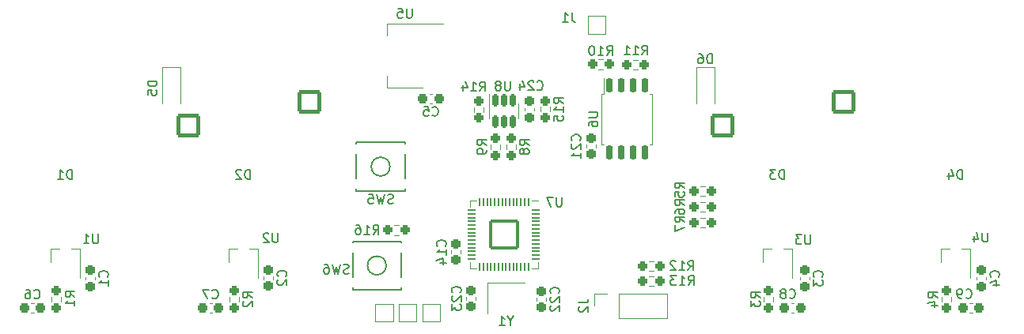
<source format=gbo>
G04 #@! TF.GenerationSoftware,KiCad,Pcbnew,(6.0.0)*
G04 #@! TF.CreationDate,2023-06-03T10:37:20-07:00*
G04 #@! TF.ProjectId,stepad,73746570-6164-42e6-9b69-6361645f7063,rev?*
G04 #@! TF.SameCoordinates,Original*
G04 #@! TF.FileFunction,Legend,Bot*
G04 #@! TF.FilePolarity,Positive*
%FSLAX46Y46*%
G04 Gerber Fmt 4.6, Leading zero omitted, Abs format (unit mm)*
G04 Created by KiCad (PCBNEW (6.0.0)) date 2023-06-03 10:37:20*
%MOMM*%
%LPD*%
G01*
G04 APERTURE LIST*
G04 Aperture macros list*
%AMRoundRect*
0 Rectangle with rounded corners*
0 $1 Rounding radius*
0 $2 $3 $4 $5 $6 $7 $8 $9 X,Y pos of 4 corners*
0 Add a 4 corners polygon primitive as box body*
4,1,4,$2,$3,$4,$5,$6,$7,$8,$9,$2,$3,0*
0 Add four circle primitives for the rounded corners*
1,1,$1+$1,$2,$3*
1,1,$1+$1,$4,$5*
1,1,$1+$1,$6,$7*
1,1,$1+$1,$8,$9*
0 Add four rect primitives between the rounded corners*
20,1,$1+$1,$2,$3,$4,$5,0*
20,1,$1+$1,$4,$5,$6,$7,0*
20,1,$1+$1,$6,$7,$8,$9,0*
20,1,$1+$1,$8,$9,$2,$3,0*%
%AMOutline5P*
0 Free polygon, 5 corners , with rotation*
0 The origin of the aperture is its center*
0 number of corners: always 5*
0 $1 to $10 corner X, Y*
0 $11 Rotation angle, in degrees counterclockwise*
0 create outline with 5 corners*
4,1,5,$1,$2,$3,$4,$5,$6,$7,$8,$9,$10,$1,$2,$11*%
%AMOutline6P*
0 Free polygon, 6 corners , with rotation*
0 The origin of the aperture is its center*
0 number of corners: always 6*
0 $1 to $12 corner X, Y*
0 $13 Rotation angle, in degrees counterclockwise*
0 create outline with 6 corners*
4,1,6,$1,$2,$3,$4,$5,$6,$7,$8,$9,$10,$11,$12,$1,$2,$13*%
%AMOutline7P*
0 Free polygon, 7 corners , with rotation*
0 The origin of the aperture is its center*
0 number of corners: always 7*
0 $1 to $14 corner X, Y*
0 $15 Rotation angle, in degrees counterclockwise*
0 create outline with 7 corners*
4,1,7,$1,$2,$3,$4,$5,$6,$7,$8,$9,$10,$11,$12,$13,$14,$1,$2,$15*%
%AMOutline8P*
0 Free polygon, 8 corners , with rotation*
0 The origin of the aperture is its center*
0 number of corners: always 8*
0 $1 to $16 corner X, Y*
0 $17 Rotation angle, in degrees counterclockwise*
0 create outline with 8 corners*
4,1,8,$1,$2,$3,$4,$5,$6,$7,$8,$9,$10,$11,$12,$13,$14,$15,$16,$1,$2,$17*%
G04 Aperture macros list end*
%ADD10C,0.150000*%
%ADD11C,0.120000*%
%ADD12C,1.750000*%
%ADD13C,1.701800*%
%ADD14C,3.000000*%
%ADD15C,3.987800*%
%ADD16RoundRect,0.200000X1.075000X1.050000X-1.075000X1.050000X-1.075000X-1.050000X1.075000X-1.050000X0*%
%ADD17RoundRect,0.237500X0.237500X-0.250000X0.237500X0.250000X-0.237500X0.250000X-0.237500X-0.250000X0*%
%ADD18RoundRect,0.237500X-0.250000X-0.237500X0.250000X-0.237500X0.250000X0.237500X-0.250000X0.237500X0*%
%ADD19R,0.800000X1.900000*%
%ADD20R,1.200000X0.900000*%
%ADD21R,1.500000X1.500000*%
%ADD22RoundRect,0.237500X-0.237500X0.300000X-0.237500X-0.300000X0.237500X-0.300000X0.237500X0.300000X0*%
%ADD23Outline5P,-0.750000X0.180000X-0.480000X0.450000X0.750000X0.450000X0.750000X-0.450000X-0.750000X-0.450000X180.000000*%
%ADD24R,1.500000X0.900000*%
%ADD25RoundRect,0.237500X0.300000X0.237500X-0.300000X0.237500X-0.300000X-0.237500X0.300000X-0.237500X0*%
%ADD26RoundRect,0.237500X-0.237500X0.250000X-0.237500X-0.250000X0.237500X-0.250000X0.237500X0.250000X0*%
%ADD27C,0.650000*%
%ADD28R,0.600000X2.450000*%
%ADD29R,0.300000X2.450000*%
%ADD30RoundRect,0.237500X0.250000X0.237500X-0.250000X0.237500X-0.250000X-0.237500X0.250000X-0.237500X0*%
%ADD31RoundRect,0.237500X-0.300000X-0.237500X0.300000X-0.237500X0.300000X0.237500X-0.300000X0.237500X0*%
%ADD32RoundRect,0.150000X-0.150000X0.650000X-0.150000X-0.650000X0.150000X-0.650000X0.150000X0.650000X0*%
%ADD33R,1.400000X1.200000*%
%ADD34RoundRect,0.237500X0.237500X-0.300000X0.237500X0.300000X-0.237500X0.300000X-0.237500X-0.300000X0*%
%ADD35R,1.800000X1.100000*%
%ADD36R,1.700000X1.700000*%
%ADD37O,1.700000X1.700000*%
%ADD38RoundRect,0.050000X0.387500X0.050000X-0.387500X0.050000X-0.387500X-0.050000X0.387500X-0.050000X0*%
%ADD39RoundRect,0.050000X0.050000X0.387500X-0.050000X0.387500X-0.050000X-0.387500X0.050000X-0.387500X0*%
%ADD40RoundRect,0.144000X1.456000X1.456000X-1.456000X1.456000X-1.456000X-1.456000X1.456000X-1.456000X0*%
%ADD41RoundRect,0.150000X-0.150000X0.512500X-0.150000X-0.512500X0.150000X-0.512500X0.150000X0.512500X0*%
%ADD42R,2.000000X1.500000*%
%ADD43R,2.000000X3.800000*%
G04 APERTURE END LIST*
D10*
X200032380Y-60133333D02*
X199556190Y-59800000D01*
X200032380Y-59561904D02*
X199032380Y-59561904D01*
X199032380Y-59942857D01*
X199080000Y-60038095D01*
X199127619Y-60085714D01*
X199222857Y-60133333D01*
X199365714Y-60133333D01*
X199460952Y-60085714D01*
X199508571Y-60038095D01*
X199556190Y-59942857D01*
X199556190Y-59561904D01*
X199460952Y-60704761D02*
X199413333Y-60609523D01*
X199365714Y-60561904D01*
X199270476Y-60514285D01*
X199222857Y-60514285D01*
X199127619Y-60561904D01*
X199080000Y-60609523D01*
X199032380Y-60704761D01*
X199032380Y-60895238D01*
X199080000Y-60990476D01*
X199127619Y-61038095D01*
X199222857Y-61085714D01*
X199270476Y-61085714D01*
X199365714Y-61038095D01*
X199413333Y-60990476D01*
X199460952Y-60895238D01*
X199460952Y-60704761D01*
X199508571Y-60609523D01*
X199556190Y-60561904D01*
X199651428Y-60514285D01*
X199841904Y-60514285D01*
X199937142Y-60561904D01*
X199984761Y-60609523D01*
X200032380Y-60704761D01*
X200032380Y-60895238D01*
X199984761Y-60990476D01*
X199937142Y-61038095D01*
X199841904Y-61085714D01*
X199651428Y-61085714D01*
X199556190Y-61038095D01*
X199508571Y-60990476D01*
X199460952Y-60895238D01*
X216627380Y-64733333D02*
X216151190Y-64400000D01*
X216627380Y-64161904D02*
X215627380Y-64161904D01*
X215627380Y-64542857D01*
X215675000Y-64638095D01*
X215722619Y-64685714D01*
X215817857Y-64733333D01*
X215960714Y-64733333D01*
X216055952Y-64685714D01*
X216103571Y-64638095D01*
X216151190Y-64542857D01*
X216151190Y-64161904D01*
X215627380Y-65638095D02*
X215627380Y-65161904D01*
X216103571Y-65114285D01*
X216055952Y-65161904D01*
X216008333Y-65257142D01*
X216008333Y-65495238D01*
X216055952Y-65590476D01*
X216103571Y-65638095D01*
X216198809Y-65685714D01*
X216436904Y-65685714D01*
X216532142Y-65638095D01*
X216579761Y-65590476D01*
X216627380Y-65495238D01*
X216627380Y-65257142D01*
X216579761Y-65161904D01*
X216532142Y-65114285D01*
X249111904Y-69502380D02*
X249111904Y-70311904D01*
X249064285Y-70407142D01*
X249016666Y-70454761D01*
X248921428Y-70502380D01*
X248730952Y-70502380D01*
X248635714Y-70454761D01*
X248588095Y-70407142D01*
X248540476Y-70311904D01*
X248540476Y-69502380D01*
X247635714Y-69835714D02*
X247635714Y-70502380D01*
X247873809Y-69454761D02*
X248111904Y-70169047D01*
X247492857Y-70169047D01*
X160227380Y-53236904D02*
X159227380Y-53236904D01*
X159227380Y-53475000D01*
X159275000Y-53617857D01*
X159370238Y-53713095D01*
X159465476Y-53760714D01*
X159655952Y-53808333D01*
X159798809Y-53808333D01*
X159989285Y-53760714D01*
X160084523Y-53713095D01*
X160179761Y-53617857D01*
X160227380Y-53475000D01*
X160227380Y-53236904D01*
X159227380Y-54713095D02*
X159227380Y-54236904D01*
X159703571Y-54189285D01*
X159655952Y-54236904D01*
X159608333Y-54332142D01*
X159608333Y-54570238D01*
X159655952Y-54665476D01*
X159703571Y-54713095D01*
X159798809Y-54760714D01*
X160036904Y-54760714D01*
X160132142Y-54713095D01*
X160179761Y-54665476D01*
X160227380Y-54570238D01*
X160227380Y-54332142D01*
X160179761Y-54236904D01*
X160132142Y-54189285D01*
X183367857Y-69677380D02*
X183701190Y-69201190D01*
X183939285Y-69677380D02*
X183939285Y-68677380D01*
X183558333Y-68677380D01*
X183463095Y-68725000D01*
X183415476Y-68772619D01*
X183367857Y-68867857D01*
X183367857Y-69010714D01*
X183415476Y-69105952D01*
X183463095Y-69153571D01*
X183558333Y-69201190D01*
X183939285Y-69201190D01*
X182415476Y-69677380D02*
X182986904Y-69677380D01*
X182701190Y-69677380D02*
X182701190Y-68677380D01*
X182796428Y-68820238D01*
X182891666Y-68915476D01*
X182986904Y-68963095D01*
X181558333Y-68677380D02*
X181748809Y-68677380D01*
X181844047Y-68725000D01*
X181891666Y-68772619D01*
X181986904Y-68915476D01*
X182034523Y-69105952D01*
X182034523Y-69486904D01*
X181986904Y-69582142D01*
X181939285Y-69629761D01*
X181844047Y-69677380D01*
X181653571Y-69677380D01*
X181558333Y-69629761D01*
X181510714Y-69582142D01*
X181463095Y-69486904D01*
X181463095Y-69248809D01*
X181510714Y-69153571D01*
X181558333Y-69105952D01*
X181653571Y-69058333D01*
X181844047Y-69058333D01*
X181939285Y-69105952D01*
X181986904Y-69153571D01*
X182034523Y-69248809D01*
X191057142Y-70932142D02*
X191104761Y-70884523D01*
X191152380Y-70741666D01*
X191152380Y-70646428D01*
X191104761Y-70503571D01*
X191009523Y-70408333D01*
X190914285Y-70360714D01*
X190723809Y-70313095D01*
X190580952Y-70313095D01*
X190390476Y-70360714D01*
X190295238Y-70408333D01*
X190200000Y-70503571D01*
X190152380Y-70646428D01*
X190152380Y-70741666D01*
X190200000Y-70884523D01*
X190247619Y-70932142D01*
X191152380Y-71884523D02*
X191152380Y-71313095D01*
X191152380Y-71598809D02*
X190152380Y-71598809D01*
X190295238Y-71503571D01*
X190390476Y-71408333D01*
X190438095Y-71313095D01*
X190485714Y-72741666D02*
X191152380Y-72741666D01*
X190104761Y-72503571D02*
X190819047Y-72265476D01*
X190819047Y-72884523D01*
X231357142Y-74233333D02*
X231404761Y-74185714D01*
X231452380Y-74042857D01*
X231452380Y-73947619D01*
X231404761Y-73804761D01*
X231309523Y-73709523D01*
X231214285Y-73661904D01*
X231023809Y-73614285D01*
X230880952Y-73614285D01*
X230690476Y-73661904D01*
X230595238Y-73709523D01*
X230500000Y-73804761D01*
X230452380Y-73947619D01*
X230452380Y-74042857D01*
X230500000Y-74185714D01*
X230547619Y-74233333D01*
X230452380Y-74566666D02*
X230452380Y-75185714D01*
X230833333Y-74852380D01*
X230833333Y-74995238D01*
X230880952Y-75090476D01*
X230928571Y-75138095D01*
X231023809Y-75185714D01*
X231261904Y-75185714D01*
X231357142Y-75138095D01*
X231404761Y-75090476D01*
X231452380Y-74995238D01*
X231452380Y-74709523D01*
X231404761Y-74614285D01*
X231357142Y-74566666D01*
X170188095Y-63752380D02*
X170188095Y-62752380D01*
X169950000Y-62752380D01*
X169807142Y-62800000D01*
X169711904Y-62895238D01*
X169664285Y-62990476D01*
X169616666Y-63180952D01*
X169616666Y-63323809D01*
X169664285Y-63514285D01*
X169711904Y-63609523D01*
X169807142Y-63704761D01*
X169950000Y-63752380D01*
X170188095Y-63752380D01*
X169235714Y-62847619D02*
X169188095Y-62800000D01*
X169092857Y-62752380D01*
X168854761Y-62752380D01*
X168759523Y-62800000D01*
X168711904Y-62847619D01*
X168664285Y-62942857D01*
X168664285Y-63038095D01*
X168711904Y-63180952D01*
X169283333Y-63752380D01*
X168664285Y-63752380D01*
X246388095Y-63752380D02*
X246388095Y-62752380D01*
X246150000Y-62752380D01*
X246007142Y-62800000D01*
X245911904Y-62895238D01*
X245864285Y-62990476D01*
X245816666Y-63180952D01*
X245816666Y-63323809D01*
X245864285Y-63514285D01*
X245911904Y-63609523D01*
X246007142Y-63704761D01*
X246150000Y-63752380D01*
X246388095Y-63752380D01*
X244959523Y-63085714D02*
X244959523Y-63752380D01*
X245197619Y-62704761D02*
X245435714Y-63419047D01*
X244816666Y-63419047D01*
X166141666Y-76502142D02*
X166189285Y-76549761D01*
X166332142Y-76597380D01*
X166427380Y-76597380D01*
X166570238Y-76549761D01*
X166665476Y-76454523D01*
X166713095Y-76359285D01*
X166760714Y-76168809D01*
X166760714Y-76025952D01*
X166713095Y-75835476D01*
X166665476Y-75740238D01*
X166570238Y-75645000D01*
X166427380Y-75597380D01*
X166332142Y-75597380D01*
X166189285Y-75645000D01*
X166141666Y-75692619D01*
X165808333Y-75597380D02*
X165141666Y-75597380D01*
X165570238Y-76597380D01*
X219613095Y-51352380D02*
X219613095Y-50352380D01*
X219375000Y-50352380D01*
X219232142Y-50400000D01*
X219136904Y-50495238D01*
X219089285Y-50590476D01*
X219041666Y-50780952D01*
X219041666Y-50923809D01*
X219089285Y-51114285D01*
X219136904Y-51209523D01*
X219232142Y-51304761D01*
X219375000Y-51352380D01*
X219613095Y-51352380D01*
X218184523Y-50352380D02*
X218375000Y-50352380D01*
X218470238Y-50400000D01*
X218517857Y-50447619D01*
X218613095Y-50590476D01*
X218660714Y-50780952D01*
X218660714Y-51161904D01*
X218613095Y-51257142D01*
X218565476Y-51304761D01*
X218470238Y-51352380D01*
X218279761Y-51352380D01*
X218184523Y-51304761D01*
X218136904Y-51257142D01*
X218089285Y-51161904D01*
X218089285Y-50923809D01*
X218136904Y-50828571D01*
X218184523Y-50780952D01*
X218279761Y-50733333D01*
X218470238Y-50733333D01*
X218565476Y-50780952D01*
X218613095Y-50828571D01*
X218660714Y-50923809D01*
X195472380Y-60133333D02*
X194996190Y-59800000D01*
X195472380Y-59561904D02*
X194472380Y-59561904D01*
X194472380Y-59942857D01*
X194520000Y-60038095D01*
X194567619Y-60085714D01*
X194662857Y-60133333D01*
X194805714Y-60133333D01*
X194900952Y-60085714D01*
X194948571Y-60038095D01*
X194996190Y-59942857D01*
X194996190Y-59561904D01*
X195472380Y-60609523D02*
X195472380Y-60800000D01*
X195424761Y-60895238D01*
X195377142Y-60942857D01*
X195234285Y-61038095D01*
X195043809Y-61085714D01*
X194662857Y-61085714D01*
X194567619Y-61038095D01*
X194520000Y-60990476D01*
X194472380Y-60895238D01*
X194472380Y-60704761D01*
X194520000Y-60609523D01*
X194567619Y-60561904D01*
X194662857Y-60514285D01*
X194900952Y-60514285D01*
X194996190Y-60561904D01*
X195043809Y-60609523D01*
X195091428Y-60704761D01*
X195091428Y-60895238D01*
X195043809Y-60990476D01*
X194996190Y-61038095D01*
X194900952Y-61085714D01*
X216652380Y-66583333D02*
X216176190Y-66250000D01*
X216652380Y-66011904D02*
X215652380Y-66011904D01*
X215652380Y-66392857D01*
X215700000Y-66488095D01*
X215747619Y-66535714D01*
X215842857Y-66583333D01*
X215985714Y-66583333D01*
X216080952Y-66535714D01*
X216128571Y-66488095D01*
X216176190Y-66392857D01*
X216176190Y-66011904D01*
X215652380Y-67440476D02*
X215652380Y-67250000D01*
X215700000Y-67154761D01*
X215747619Y-67107142D01*
X215890476Y-67011904D01*
X216080952Y-66964285D01*
X216461904Y-66964285D01*
X216557142Y-67011904D01*
X216604761Y-67059523D01*
X216652380Y-67154761D01*
X216652380Y-67345238D01*
X216604761Y-67440476D01*
X216557142Y-67488095D01*
X216461904Y-67535714D01*
X216223809Y-67535714D01*
X216128571Y-67488095D01*
X216080952Y-67440476D01*
X216033333Y-67345238D01*
X216033333Y-67154761D01*
X216080952Y-67059523D01*
X216128571Y-67011904D01*
X216223809Y-66964285D01*
X204633333Y-45902380D02*
X204633333Y-46616666D01*
X204680952Y-46759523D01*
X204776190Y-46854761D01*
X204919047Y-46902380D01*
X205014285Y-46902380D01*
X203633333Y-46902380D02*
X204204761Y-46902380D01*
X203919047Y-46902380D02*
X203919047Y-45902380D01*
X204014285Y-46045238D01*
X204109523Y-46140476D01*
X204204761Y-46188095D01*
X230136904Y-69727380D02*
X230136904Y-70536904D01*
X230089285Y-70632142D01*
X230041666Y-70679761D01*
X229946428Y-70727380D01*
X229755952Y-70727380D01*
X229660714Y-70679761D01*
X229613095Y-70632142D01*
X229565476Y-70536904D01*
X229565476Y-69727380D01*
X229184523Y-69727380D02*
X228565476Y-69727380D01*
X228898809Y-70108333D01*
X228755952Y-70108333D01*
X228660714Y-70155952D01*
X228613095Y-70203571D01*
X228565476Y-70298809D01*
X228565476Y-70536904D01*
X228613095Y-70632142D01*
X228660714Y-70679761D01*
X228755952Y-70727380D01*
X229041666Y-70727380D01*
X229136904Y-70679761D01*
X229184523Y-70632142D01*
X243727380Y-76483333D02*
X243251190Y-76150000D01*
X243727380Y-75911904D02*
X242727380Y-75911904D01*
X242727380Y-76292857D01*
X242775000Y-76388095D01*
X242822619Y-76435714D01*
X242917857Y-76483333D01*
X243060714Y-76483333D01*
X243155952Y-76435714D01*
X243203571Y-76388095D01*
X243251190Y-76292857D01*
X243251190Y-75911904D01*
X243060714Y-77340476D02*
X243727380Y-77340476D01*
X242679761Y-77102380D02*
X243394047Y-76864285D01*
X243394047Y-77483333D01*
X173161904Y-69552380D02*
X173161904Y-70361904D01*
X173114285Y-70457142D01*
X173066666Y-70504761D01*
X172971428Y-70552380D01*
X172780952Y-70552380D01*
X172685714Y-70504761D01*
X172638095Y-70457142D01*
X172590476Y-70361904D01*
X172590476Y-69552380D01*
X172161904Y-69647619D02*
X172114285Y-69600000D01*
X172019047Y-69552380D01*
X171780952Y-69552380D01*
X171685714Y-69600000D01*
X171638095Y-69647619D01*
X171590476Y-69742857D01*
X171590476Y-69838095D01*
X171638095Y-69980952D01*
X172209523Y-70552380D01*
X171590476Y-70552380D01*
X216652380Y-68383333D02*
X216176190Y-68050000D01*
X216652380Y-67811904D02*
X215652380Y-67811904D01*
X215652380Y-68192857D01*
X215700000Y-68288095D01*
X215747619Y-68335714D01*
X215842857Y-68383333D01*
X215985714Y-68383333D01*
X216080952Y-68335714D01*
X216128571Y-68288095D01*
X216176190Y-68192857D01*
X216176190Y-67811904D01*
X215652380Y-68716666D02*
X215652380Y-69383333D01*
X216652380Y-68954761D01*
X227891666Y-76457142D02*
X227939285Y-76504761D01*
X228082142Y-76552380D01*
X228177380Y-76552380D01*
X228320238Y-76504761D01*
X228415476Y-76409523D01*
X228463095Y-76314285D01*
X228510714Y-76123809D01*
X228510714Y-75980952D01*
X228463095Y-75790476D01*
X228415476Y-75695238D01*
X228320238Y-75600000D01*
X228177380Y-75552380D01*
X228082142Y-75552380D01*
X227939285Y-75600000D01*
X227891666Y-75647619D01*
X227320238Y-75980952D02*
X227415476Y-75933333D01*
X227463095Y-75885714D01*
X227510714Y-75790476D01*
X227510714Y-75742857D01*
X227463095Y-75647619D01*
X227415476Y-75600000D01*
X227320238Y-75552380D01*
X227129761Y-75552380D01*
X227034523Y-75600000D01*
X226986904Y-75647619D01*
X226939285Y-75742857D01*
X226939285Y-75790476D01*
X226986904Y-75885714D01*
X227034523Y-75933333D01*
X227129761Y-75980952D01*
X227320238Y-75980952D01*
X227415476Y-76028571D01*
X227463095Y-76076190D01*
X227510714Y-76171428D01*
X227510714Y-76361904D01*
X227463095Y-76457142D01*
X227415476Y-76504761D01*
X227320238Y-76552380D01*
X227129761Y-76552380D01*
X227034523Y-76504761D01*
X226986904Y-76457142D01*
X226939285Y-76361904D01*
X226939285Y-76171428D01*
X226986904Y-76076190D01*
X227034523Y-76028571D01*
X227129761Y-75980952D01*
X212117857Y-50427380D02*
X212451190Y-49951190D01*
X212689285Y-50427380D02*
X212689285Y-49427380D01*
X212308333Y-49427380D01*
X212213095Y-49475000D01*
X212165476Y-49522619D01*
X212117857Y-49617857D01*
X212117857Y-49760714D01*
X212165476Y-49855952D01*
X212213095Y-49903571D01*
X212308333Y-49951190D01*
X212689285Y-49951190D01*
X211165476Y-50427380D02*
X211736904Y-50427380D01*
X211451190Y-50427380D02*
X211451190Y-49427380D01*
X211546428Y-49570238D01*
X211641666Y-49665476D01*
X211736904Y-49713095D01*
X210213095Y-50427380D02*
X210784523Y-50427380D01*
X210498809Y-50427380D02*
X210498809Y-49427380D01*
X210594047Y-49570238D01*
X210689285Y-49665476D01*
X210784523Y-49713095D01*
X224752380Y-76483333D02*
X224276190Y-76150000D01*
X224752380Y-75911904D02*
X223752380Y-75911904D01*
X223752380Y-76292857D01*
X223800000Y-76388095D01*
X223847619Y-76435714D01*
X223942857Y-76483333D01*
X224085714Y-76483333D01*
X224180952Y-76435714D01*
X224228571Y-76388095D01*
X224276190Y-76292857D01*
X224276190Y-75911904D01*
X223752380Y-76816666D02*
X223752380Y-77435714D01*
X224133333Y-77102380D01*
X224133333Y-77245238D01*
X224180952Y-77340476D01*
X224228571Y-77388095D01*
X224323809Y-77435714D01*
X224561904Y-77435714D01*
X224657142Y-77388095D01*
X224704761Y-77340476D01*
X224752380Y-77245238D01*
X224752380Y-76959523D01*
X224704761Y-76864285D01*
X224657142Y-76816666D01*
X205457142Y-59607142D02*
X205504761Y-59559523D01*
X205552380Y-59416666D01*
X205552380Y-59321428D01*
X205504761Y-59178571D01*
X205409523Y-59083333D01*
X205314285Y-59035714D01*
X205123809Y-58988095D01*
X204980952Y-58988095D01*
X204790476Y-59035714D01*
X204695238Y-59083333D01*
X204600000Y-59178571D01*
X204552380Y-59321428D01*
X204552380Y-59416666D01*
X204600000Y-59559523D01*
X204647619Y-59607142D01*
X204647619Y-59988095D02*
X204600000Y-60035714D01*
X204552380Y-60130952D01*
X204552380Y-60369047D01*
X204600000Y-60464285D01*
X204647619Y-60511904D01*
X204742857Y-60559523D01*
X204838095Y-60559523D01*
X204980952Y-60511904D01*
X205552380Y-59940476D01*
X205552380Y-60559523D01*
X205552380Y-61511904D02*
X205552380Y-60940476D01*
X205552380Y-61226190D02*
X204552380Y-61226190D01*
X204695238Y-61130952D01*
X204790476Y-61035714D01*
X204838095Y-60940476D01*
X206392380Y-56563095D02*
X207201904Y-56563095D01*
X207297142Y-56610714D01*
X207344761Y-56658333D01*
X207392380Y-56753571D01*
X207392380Y-56944047D01*
X207344761Y-57039285D01*
X207297142Y-57086904D01*
X207201904Y-57134523D01*
X206392380Y-57134523D01*
X206392380Y-58039285D02*
X206392380Y-57848809D01*
X206440000Y-57753571D01*
X206487619Y-57705952D01*
X206630476Y-57610714D01*
X206820952Y-57563095D01*
X207201904Y-57563095D01*
X207297142Y-57610714D01*
X207344761Y-57658333D01*
X207392380Y-57753571D01*
X207392380Y-57944047D01*
X207344761Y-58039285D01*
X207297142Y-58086904D01*
X207201904Y-58134523D01*
X206963809Y-58134523D01*
X206868571Y-58086904D01*
X206820952Y-58039285D01*
X206773333Y-57944047D01*
X206773333Y-57753571D01*
X206820952Y-57658333D01*
X206868571Y-57610714D01*
X206963809Y-57563095D01*
X198026190Y-78966190D02*
X198026190Y-79442380D01*
X198359523Y-78442380D02*
X198026190Y-78966190D01*
X197692857Y-78442380D01*
X196835714Y-79442380D02*
X197407142Y-79442380D01*
X197121428Y-79442380D02*
X197121428Y-78442380D01*
X197216666Y-78585238D01*
X197311904Y-78680476D01*
X197407142Y-78728095D01*
X170402380Y-76483333D02*
X169926190Y-76150000D01*
X170402380Y-75911904D02*
X169402380Y-75911904D01*
X169402380Y-76292857D01*
X169450000Y-76388095D01*
X169497619Y-76435714D01*
X169592857Y-76483333D01*
X169735714Y-76483333D01*
X169830952Y-76435714D01*
X169878571Y-76388095D01*
X169926190Y-76292857D01*
X169926190Y-75911904D01*
X169497619Y-76864285D02*
X169450000Y-76911904D01*
X169402380Y-77007142D01*
X169402380Y-77245238D01*
X169450000Y-77340476D01*
X169497619Y-77388095D01*
X169592857Y-77435714D01*
X169688095Y-77435714D01*
X169830952Y-77388095D01*
X170402380Y-76816666D01*
X170402380Y-77435714D01*
X192657142Y-75907142D02*
X192704761Y-75859523D01*
X192752380Y-75716666D01*
X192752380Y-75621428D01*
X192704761Y-75478571D01*
X192609523Y-75383333D01*
X192514285Y-75335714D01*
X192323809Y-75288095D01*
X192180952Y-75288095D01*
X191990476Y-75335714D01*
X191895238Y-75383333D01*
X191800000Y-75478571D01*
X191752380Y-75621428D01*
X191752380Y-75716666D01*
X191800000Y-75859523D01*
X191847619Y-75907142D01*
X191847619Y-76288095D02*
X191800000Y-76335714D01*
X191752380Y-76430952D01*
X191752380Y-76669047D01*
X191800000Y-76764285D01*
X191847619Y-76811904D01*
X191942857Y-76859523D01*
X192038095Y-76859523D01*
X192180952Y-76811904D01*
X192752380Y-76240476D01*
X192752380Y-76859523D01*
X191752380Y-77192857D02*
X191752380Y-77811904D01*
X192133333Y-77478571D01*
X192133333Y-77621428D01*
X192180952Y-77716666D01*
X192228571Y-77764285D01*
X192323809Y-77811904D01*
X192561904Y-77811904D01*
X192657142Y-77764285D01*
X192704761Y-77716666D01*
X192752380Y-77621428D01*
X192752380Y-77335714D01*
X192704761Y-77240476D01*
X192657142Y-77192857D01*
X246766666Y-76457142D02*
X246814285Y-76504761D01*
X246957142Y-76552380D01*
X247052380Y-76552380D01*
X247195238Y-76504761D01*
X247290476Y-76409523D01*
X247338095Y-76314285D01*
X247385714Y-76123809D01*
X247385714Y-75980952D01*
X247338095Y-75790476D01*
X247290476Y-75695238D01*
X247195238Y-75600000D01*
X247052380Y-75552380D01*
X246957142Y-75552380D01*
X246814285Y-75600000D01*
X246766666Y-75647619D01*
X246290476Y-76552380D02*
X246100000Y-76552380D01*
X246004761Y-76504761D01*
X245957142Y-76457142D01*
X245861904Y-76314285D01*
X245814285Y-76123809D01*
X245814285Y-75742857D01*
X245861904Y-75647619D01*
X245909523Y-75600000D01*
X246004761Y-75552380D01*
X246195238Y-75552380D01*
X246290476Y-75600000D01*
X246338095Y-75647619D01*
X246385714Y-75742857D01*
X246385714Y-75980952D01*
X246338095Y-76076190D01*
X246290476Y-76123809D01*
X246195238Y-76171428D01*
X246004761Y-76171428D01*
X245909523Y-76123809D01*
X245861904Y-76076190D01*
X245814285Y-75980952D01*
X151427380Y-76408333D02*
X150951190Y-76075000D01*
X151427380Y-75836904D02*
X150427380Y-75836904D01*
X150427380Y-76217857D01*
X150475000Y-76313095D01*
X150522619Y-76360714D01*
X150617857Y-76408333D01*
X150760714Y-76408333D01*
X150855952Y-76360714D01*
X150903571Y-76313095D01*
X150951190Y-76217857D01*
X150951190Y-75836904D01*
X151427380Y-77360714D02*
X151427380Y-76789285D01*
X151427380Y-77075000D02*
X150427380Y-77075000D01*
X150570238Y-76979761D01*
X150665476Y-76884523D01*
X150713095Y-76789285D01*
X185483333Y-66354761D02*
X185340476Y-66402380D01*
X185102380Y-66402380D01*
X185007142Y-66354761D01*
X184959523Y-66307142D01*
X184911904Y-66211904D01*
X184911904Y-66116666D01*
X184959523Y-66021428D01*
X185007142Y-65973809D01*
X185102380Y-65926190D01*
X185292857Y-65878571D01*
X185388095Y-65830952D01*
X185435714Y-65783333D01*
X185483333Y-65688095D01*
X185483333Y-65592857D01*
X185435714Y-65497619D01*
X185388095Y-65450000D01*
X185292857Y-65402380D01*
X185054761Y-65402380D01*
X184911904Y-65450000D01*
X184578571Y-65402380D02*
X184340476Y-66402380D01*
X184150000Y-65688095D01*
X183959523Y-66402380D01*
X183721428Y-65402380D01*
X182864285Y-65402380D02*
X183340476Y-65402380D01*
X183388095Y-65878571D01*
X183340476Y-65830952D01*
X183245238Y-65783333D01*
X183007142Y-65783333D01*
X182911904Y-65830952D01*
X182864285Y-65878571D01*
X182816666Y-65973809D01*
X182816666Y-66211904D01*
X182864285Y-66307142D01*
X182911904Y-66354761D01*
X183007142Y-66402380D01*
X183245238Y-66402380D01*
X183340476Y-66354761D01*
X183388095Y-66307142D01*
X205352380Y-77016666D02*
X206066666Y-77016666D01*
X206209523Y-76969047D01*
X206304761Y-76873809D01*
X206352380Y-76730952D01*
X206352380Y-76635714D01*
X205447619Y-77445238D02*
X205400000Y-77492857D01*
X205352380Y-77588095D01*
X205352380Y-77826190D01*
X205400000Y-77921428D01*
X205447619Y-77969047D01*
X205542857Y-78016666D01*
X205638095Y-78016666D01*
X205780952Y-77969047D01*
X206352380Y-77397619D01*
X206352380Y-78016666D01*
X180733333Y-73854761D02*
X180590476Y-73902380D01*
X180352380Y-73902380D01*
X180257142Y-73854761D01*
X180209523Y-73807142D01*
X180161904Y-73711904D01*
X180161904Y-73616666D01*
X180209523Y-73521428D01*
X180257142Y-73473809D01*
X180352380Y-73426190D01*
X180542857Y-73378571D01*
X180638095Y-73330952D01*
X180685714Y-73283333D01*
X180733333Y-73188095D01*
X180733333Y-73092857D01*
X180685714Y-72997619D01*
X180638095Y-72950000D01*
X180542857Y-72902380D01*
X180304761Y-72902380D01*
X180161904Y-72950000D01*
X179828571Y-72902380D02*
X179590476Y-73902380D01*
X179400000Y-73188095D01*
X179209523Y-73902380D01*
X178971428Y-72902380D01*
X178161904Y-72902380D02*
X178352380Y-72902380D01*
X178447619Y-72950000D01*
X178495238Y-72997619D01*
X178590476Y-73140476D01*
X178638095Y-73330952D01*
X178638095Y-73711904D01*
X178590476Y-73807142D01*
X178542857Y-73854761D01*
X178447619Y-73902380D01*
X178257142Y-73902380D01*
X178161904Y-73854761D01*
X178114285Y-73807142D01*
X178066666Y-73711904D01*
X178066666Y-73473809D01*
X178114285Y-73378571D01*
X178161904Y-73330952D01*
X178257142Y-73283333D01*
X178447619Y-73283333D01*
X178542857Y-73330952D01*
X178590476Y-73378571D01*
X178638095Y-73473809D01*
X250257142Y-74233333D02*
X250304761Y-74185714D01*
X250352380Y-74042857D01*
X250352380Y-73947619D01*
X250304761Y-73804761D01*
X250209523Y-73709523D01*
X250114285Y-73661904D01*
X249923809Y-73614285D01*
X249780952Y-73614285D01*
X249590476Y-73661904D01*
X249495238Y-73709523D01*
X249400000Y-73804761D01*
X249352380Y-73947619D01*
X249352380Y-74042857D01*
X249400000Y-74185714D01*
X249447619Y-74233333D01*
X249685714Y-75090476D02*
X250352380Y-75090476D01*
X249304761Y-74852380D02*
X250019047Y-74614285D01*
X250019047Y-75233333D01*
X154907142Y-74233333D02*
X154954761Y-74185714D01*
X155002380Y-74042857D01*
X155002380Y-73947619D01*
X154954761Y-73804761D01*
X154859523Y-73709523D01*
X154764285Y-73661904D01*
X154573809Y-73614285D01*
X154430952Y-73614285D01*
X154240476Y-73661904D01*
X154145238Y-73709523D01*
X154050000Y-73804761D01*
X154002380Y-73947619D01*
X154002380Y-74042857D01*
X154050000Y-74185714D01*
X154097619Y-74233333D01*
X155002380Y-75185714D02*
X155002380Y-74614285D01*
X155002380Y-74900000D02*
X154002380Y-74900000D01*
X154145238Y-74804761D01*
X154240476Y-74709523D01*
X154288095Y-74614285D01*
X203677380Y-55632142D02*
X203201190Y-55298809D01*
X203677380Y-55060714D02*
X202677380Y-55060714D01*
X202677380Y-55441666D01*
X202725000Y-55536904D01*
X202772619Y-55584523D01*
X202867857Y-55632142D01*
X203010714Y-55632142D01*
X203105952Y-55584523D01*
X203153571Y-55536904D01*
X203201190Y-55441666D01*
X203201190Y-55060714D01*
X203677380Y-56584523D02*
X203677380Y-56013095D01*
X203677380Y-56298809D02*
X202677380Y-56298809D01*
X202820238Y-56203571D01*
X202915476Y-56108333D01*
X202963095Y-56013095D01*
X202677380Y-57489285D02*
X202677380Y-57013095D01*
X203153571Y-56965476D01*
X203105952Y-57013095D01*
X203058333Y-57108333D01*
X203058333Y-57346428D01*
X203105952Y-57441666D01*
X203153571Y-57489285D01*
X203248809Y-57536904D01*
X203486904Y-57536904D01*
X203582142Y-57489285D01*
X203629761Y-57441666D01*
X203677380Y-57346428D01*
X203677380Y-57108333D01*
X203629761Y-57013095D01*
X203582142Y-56965476D01*
X147066666Y-76502142D02*
X147114285Y-76549761D01*
X147257142Y-76597380D01*
X147352380Y-76597380D01*
X147495238Y-76549761D01*
X147590476Y-76454523D01*
X147638095Y-76359285D01*
X147685714Y-76168809D01*
X147685714Y-76025952D01*
X147638095Y-75835476D01*
X147590476Y-75740238D01*
X147495238Y-75645000D01*
X147352380Y-75597380D01*
X147257142Y-75597380D01*
X147114285Y-75645000D01*
X147066666Y-75692619D01*
X146209523Y-75597380D02*
X146400000Y-75597380D01*
X146495238Y-75645000D01*
X146542857Y-75692619D01*
X146638095Y-75835476D01*
X146685714Y-76025952D01*
X146685714Y-76406904D01*
X146638095Y-76502142D01*
X146590476Y-76549761D01*
X146495238Y-76597380D01*
X146304761Y-76597380D01*
X146209523Y-76549761D01*
X146161904Y-76502142D01*
X146114285Y-76406904D01*
X146114285Y-76168809D01*
X146161904Y-76073571D01*
X146209523Y-76025952D01*
X146304761Y-75978333D01*
X146495238Y-75978333D01*
X146590476Y-76025952D01*
X146638095Y-76073571D01*
X146685714Y-76168809D01*
X217042857Y-73527380D02*
X217376190Y-73051190D01*
X217614285Y-73527380D02*
X217614285Y-72527380D01*
X217233333Y-72527380D01*
X217138095Y-72575000D01*
X217090476Y-72622619D01*
X217042857Y-72717857D01*
X217042857Y-72860714D01*
X217090476Y-72955952D01*
X217138095Y-73003571D01*
X217233333Y-73051190D01*
X217614285Y-73051190D01*
X216090476Y-73527380D02*
X216661904Y-73527380D01*
X216376190Y-73527380D02*
X216376190Y-72527380D01*
X216471428Y-72670238D01*
X216566666Y-72765476D01*
X216661904Y-72813095D01*
X215709523Y-72622619D02*
X215661904Y-72575000D01*
X215566666Y-72527380D01*
X215328571Y-72527380D01*
X215233333Y-72575000D01*
X215185714Y-72622619D01*
X215138095Y-72717857D01*
X215138095Y-72813095D01*
X215185714Y-72955952D01*
X215757142Y-73527380D01*
X215138095Y-73527380D01*
X194767857Y-54327380D02*
X195101190Y-53851190D01*
X195339285Y-54327380D02*
X195339285Y-53327380D01*
X194958333Y-53327380D01*
X194863095Y-53375000D01*
X194815476Y-53422619D01*
X194767857Y-53517857D01*
X194767857Y-53660714D01*
X194815476Y-53755952D01*
X194863095Y-53803571D01*
X194958333Y-53851190D01*
X195339285Y-53851190D01*
X193815476Y-54327380D02*
X194386904Y-54327380D01*
X194101190Y-54327380D02*
X194101190Y-53327380D01*
X194196428Y-53470238D01*
X194291666Y-53565476D01*
X194386904Y-53613095D01*
X192958333Y-53660714D02*
X192958333Y-54327380D01*
X193196428Y-53279761D02*
X193434523Y-53994047D01*
X192815476Y-53994047D01*
X151138095Y-63752380D02*
X151138095Y-62752380D01*
X150900000Y-62752380D01*
X150757142Y-62800000D01*
X150661904Y-62895238D01*
X150614285Y-62990476D01*
X150566666Y-63180952D01*
X150566666Y-63323809D01*
X150614285Y-63514285D01*
X150661904Y-63609523D01*
X150757142Y-63704761D01*
X150900000Y-63752380D01*
X151138095Y-63752380D01*
X149614285Y-63752380D02*
X150185714Y-63752380D01*
X149900000Y-63752380D02*
X149900000Y-62752380D01*
X149995238Y-62895238D01*
X150090476Y-62990476D01*
X150185714Y-63038095D01*
X208367857Y-50477380D02*
X208701190Y-50001190D01*
X208939285Y-50477380D02*
X208939285Y-49477380D01*
X208558333Y-49477380D01*
X208463095Y-49525000D01*
X208415476Y-49572619D01*
X208367857Y-49667857D01*
X208367857Y-49810714D01*
X208415476Y-49905952D01*
X208463095Y-49953571D01*
X208558333Y-50001190D01*
X208939285Y-50001190D01*
X207415476Y-50477380D02*
X207986904Y-50477380D01*
X207701190Y-50477380D02*
X207701190Y-49477380D01*
X207796428Y-49620238D01*
X207891666Y-49715476D01*
X207986904Y-49763095D01*
X206796428Y-49477380D02*
X206701190Y-49477380D01*
X206605952Y-49525000D01*
X206558333Y-49572619D01*
X206510714Y-49667857D01*
X206463095Y-49858333D01*
X206463095Y-50096428D01*
X206510714Y-50286904D01*
X206558333Y-50382142D01*
X206605952Y-50429761D01*
X206701190Y-50477380D01*
X206796428Y-50477380D01*
X206891666Y-50429761D01*
X206939285Y-50382142D01*
X206986904Y-50286904D01*
X207034523Y-50096428D01*
X207034523Y-49858333D01*
X206986904Y-49667857D01*
X206939285Y-49572619D01*
X206891666Y-49525000D01*
X206796428Y-49477380D01*
X200892857Y-54132142D02*
X200940476Y-54179761D01*
X201083333Y-54227380D01*
X201178571Y-54227380D01*
X201321428Y-54179761D01*
X201416666Y-54084523D01*
X201464285Y-53989285D01*
X201511904Y-53798809D01*
X201511904Y-53655952D01*
X201464285Y-53465476D01*
X201416666Y-53370238D01*
X201321428Y-53275000D01*
X201178571Y-53227380D01*
X201083333Y-53227380D01*
X200940476Y-53275000D01*
X200892857Y-53322619D01*
X200511904Y-53322619D02*
X200464285Y-53275000D01*
X200369047Y-53227380D01*
X200130952Y-53227380D01*
X200035714Y-53275000D01*
X199988095Y-53322619D01*
X199940476Y-53417857D01*
X199940476Y-53513095D01*
X199988095Y-53655952D01*
X200559523Y-54227380D01*
X199940476Y-54227380D01*
X199083333Y-53560714D02*
X199083333Y-54227380D01*
X199321428Y-53179761D02*
X199559523Y-53894047D01*
X198940476Y-53894047D01*
X217067857Y-75127380D02*
X217401190Y-74651190D01*
X217639285Y-75127380D02*
X217639285Y-74127380D01*
X217258333Y-74127380D01*
X217163095Y-74175000D01*
X217115476Y-74222619D01*
X217067857Y-74317857D01*
X217067857Y-74460714D01*
X217115476Y-74555952D01*
X217163095Y-74603571D01*
X217258333Y-74651190D01*
X217639285Y-74651190D01*
X216115476Y-75127380D02*
X216686904Y-75127380D01*
X216401190Y-75127380D02*
X216401190Y-74127380D01*
X216496428Y-74270238D01*
X216591666Y-74365476D01*
X216686904Y-74413095D01*
X215782142Y-74127380D02*
X215163095Y-74127380D01*
X215496428Y-74508333D01*
X215353571Y-74508333D01*
X215258333Y-74555952D01*
X215210714Y-74603571D01*
X215163095Y-74698809D01*
X215163095Y-74936904D01*
X215210714Y-75032142D01*
X215258333Y-75079761D01*
X215353571Y-75127380D01*
X215639285Y-75127380D01*
X215734523Y-75079761D01*
X215782142Y-75032142D01*
X189691666Y-56887142D02*
X189739285Y-56934761D01*
X189882142Y-56982380D01*
X189977380Y-56982380D01*
X190120238Y-56934761D01*
X190215476Y-56839523D01*
X190263095Y-56744285D01*
X190310714Y-56553809D01*
X190310714Y-56410952D01*
X190263095Y-56220476D01*
X190215476Y-56125238D01*
X190120238Y-56030000D01*
X189977380Y-55982380D01*
X189882142Y-55982380D01*
X189739285Y-56030000D01*
X189691666Y-56077619D01*
X188786904Y-55982380D02*
X189263095Y-55982380D01*
X189310714Y-56458571D01*
X189263095Y-56410952D01*
X189167857Y-56363333D01*
X188929761Y-56363333D01*
X188834523Y-56410952D01*
X188786904Y-56458571D01*
X188739285Y-56553809D01*
X188739285Y-56791904D01*
X188786904Y-56887142D01*
X188834523Y-56934761D01*
X188929761Y-56982380D01*
X189167857Y-56982380D01*
X189263095Y-56934761D01*
X189310714Y-56887142D01*
X203536904Y-65702380D02*
X203536904Y-66511904D01*
X203489285Y-66607142D01*
X203441666Y-66654761D01*
X203346428Y-66702380D01*
X203155952Y-66702380D01*
X203060714Y-66654761D01*
X203013095Y-66607142D01*
X202965476Y-66511904D01*
X202965476Y-65702380D01*
X202584523Y-65702380D02*
X201917857Y-65702380D01*
X202346428Y-66702380D01*
X227338095Y-63752380D02*
X227338095Y-62752380D01*
X227100000Y-62752380D01*
X226957142Y-62800000D01*
X226861904Y-62895238D01*
X226814285Y-62990476D01*
X226766666Y-63180952D01*
X226766666Y-63323809D01*
X226814285Y-63514285D01*
X226861904Y-63609523D01*
X226957142Y-63704761D01*
X227100000Y-63752380D01*
X227338095Y-63752380D01*
X226433333Y-62752380D02*
X225814285Y-62752380D01*
X226147619Y-63133333D01*
X226004761Y-63133333D01*
X225909523Y-63180952D01*
X225861904Y-63228571D01*
X225814285Y-63323809D01*
X225814285Y-63561904D01*
X225861904Y-63657142D01*
X225909523Y-63704761D01*
X226004761Y-63752380D01*
X226290476Y-63752380D01*
X226385714Y-63704761D01*
X226433333Y-63657142D01*
X153936904Y-69652380D02*
X153936904Y-70461904D01*
X153889285Y-70557142D01*
X153841666Y-70604761D01*
X153746428Y-70652380D01*
X153555952Y-70652380D01*
X153460714Y-70604761D01*
X153413095Y-70557142D01*
X153365476Y-70461904D01*
X153365476Y-69652380D01*
X152365476Y-70652380D02*
X152936904Y-70652380D01*
X152651190Y-70652380D02*
X152651190Y-69652380D01*
X152746428Y-69795238D01*
X152841666Y-69890476D01*
X152936904Y-69938095D01*
X174007142Y-74183333D02*
X174054761Y-74135714D01*
X174102380Y-73992857D01*
X174102380Y-73897619D01*
X174054761Y-73754761D01*
X173959523Y-73659523D01*
X173864285Y-73611904D01*
X173673809Y-73564285D01*
X173530952Y-73564285D01*
X173340476Y-73611904D01*
X173245238Y-73659523D01*
X173150000Y-73754761D01*
X173102380Y-73897619D01*
X173102380Y-73992857D01*
X173150000Y-74135714D01*
X173197619Y-74183333D01*
X173197619Y-74564285D02*
X173150000Y-74611904D01*
X173102380Y-74707142D01*
X173102380Y-74945238D01*
X173150000Y-75040476D01*
X173197619Y-75088095D01*
X173292857Y-75135714D01*
X173388095Y-75135714D01*
X173530952Y-75088095D01*
X174102380Y-74516666D01*
X174102380Y-75135714D01*
X203182142Y-76007142D02*
X203229761Y-75959523D01*
X203277380Y-75816666D01*
X203277380Y-75721428D01*
X203229761Y-75578571D01*
X203134523Y-75483333D01*
X203039285Y-75435714D01*
X202848809Y-75388095D01*
X202705952Y-75388095D01*
X202515476Y-75435714D01*
X202420238Y-75483333D01*
X202325000Y-75578571D01*
X202277380Y-75721428D01*
X202277380Y-75816666D01*
X202325000Y-75959523D01*
X202372619Y-76007142D01*
X202372619Y-76388095D02*
X202325000Y-76435714D01*
X202277380Y-76530952D01*
X202277380Y-76769047D01*
X202325000Y-76864285D01*
X202372619Y-76911904D01*
X202467857Y-76959523D01*
X202563095Y-76959523D01*
X202705952Y-76911904D01*
X203277380Y-76340476D01*
X203277380Y-76959523D01*
X202372619Y-77340476D02*
X202325000Y-77388095D01*
X202277380Y-77483333D01*
X202277380Y-77721428D01*
X202325000Y-77816666D01*
X202372619Y-77864285D01*
X202467857Y-77911904D01*
X202563095Y-77911904D01*
X202705952Y-77864285D01*
X203277380Y-77292857D01*
X203277380Y-77911904D01*
X198011904Y-53252380D02*
X198011904Y-54061904D01*
X197964285Y-54157142D01*
X197916666Y-54204761D01*
X197821428Y-54252380D01*
X197630952Y-54252380D01*
X197535714Y-54204761D01*
X197488095Y-54157142D01*
X197440476Y-54061904D01*
X197440476Y-53252380D01*
X196821428Y-53680952D02*
X196916666Y-53633333D01*
X196964285Y-53585714D01*
X197011904Y-53490476D01*
X197011904Y-53442857D01*
X196964285Y-53347619D01*
X196916666Y-53300000D01*
X196821428Y-53252380D01*
X196630952Y-53252380D01*
X196535714Y-53300000D01*
X196488095Y-53347619D01*
X196440476Y-53442857D01*
X196440476Y-53490476D01*
X196488095Y-53585714D01*
X196535714Y-53633333D01*
X196630952Y-53680952D01*
X196821428Y-53680952D01*
X196916666Y-53728571D01*
X196964285Y-53776190D01*
X197011904Y-53871428D01*
X197011904Y-54061904D01*
X196964285Y-54157142D01*
X196916666Y-54204761D01*
X196821428Y-54252380D01*
X196630952Y-54252380D01*
X196535714Y-54204761D01*
X196488095Y-54157142D01*
X196440476Y-54061904D01*
X196440476Y-53871428D01*
X196488095Y-53776190D01*
X196535714Y-53728571D01*
X196630952Y-53680952D01*
X187511904Y-45477380D02*
X187511904Y-46286904D01*
X187464285Y-46382142D01*
X187416666Y-46429761D01*
X187321428Y-46477380D01*
X187130952Y-46477380D01*
X187035714Y-46429761D01*
X186988095Y-46382142D01*
X186940476Y-46286904D01*
X186940476Y-45477380D01*
X185988095Y-45477380D02*
X186464285Y-45477380D01*
X186511904Y-45953571D01*
X186464285Y-45905952D01*
X186369047Y-45858333D01*
X186130952Y-45858333D01*
X186035714Y-45905952D01*
X185988095Y-45953571D01*
X185940476Y-46048809D01*
X185940476Y-46286904D01*
X185988095Y-46382142D01*
X186035714Y-46429761D01*
X186130952Y-46477380D01*
X186369047Y-46477380D01*
X186464285Y-46429761D01*
X186511904Y-46382142D01*
D11*
X198672500Y-60554724D02*
X198672500Y-60045276D01*
X197627500Y-60554724D02*
X197627500Y-60045276D01*
X218370276Y-64527500D02*
X218879724Y-64527500D01*
X218370276Y-65572500D02*
X218879724Y-65572500D01*
X247230000Y-71240000D02*
X246300000Y-71240000D01*
X244070000Y-71240000D02*
X244070000Y-72700000D01*
X244070000Y-71240000D02*
X245000000Y-71240000D01*
X247230000Y-71240000D02*
X247230000Y-74400000D01*
X162775000Y-51725000D02*
X162775000Y-55625000D01*
X160775000Y-51725000D02*
X160775000Y-55625000D01*
X160775000Y-51725000D02*
X162775000Y-51725000D01*
X185570276Y-68702500D02*
X186079724Y-68702500D01*
X185570276Y-69747500D02*
X186079724Y-69747500D01*
X185500000Y-77150000D02*
X183600000Y-77150000D01*
X183600000Y-77150000D02*
X183600000Y-79050000D01*
X183600000Y-79050000D02*
X185500000Y-79050000D01*
X185500000Y-79050000D02*
X185500000Y-77150000D01*
X192710000Y-71428733D02*
X192710000Y-71721267D01*
X191690000Y-71428733D02*
X191690000Y-71721267D01*
X230010000Y-74253733D02*
X230010000Y-74546267D01*
X228990000Y-74253733D02*
X228990000Y-74546267D01*
X166121267Y-78085000D02*
X165828733Y-78085000D01*
X166121267Y-77065000D02*
X165828733Y-77065000D01*
X217900000Y-51750000D02*
X217900000Y-55650000D01*
X217900000Y-51750000D02*
X219900000Y-51750000D01*
X219900000Y-51750000D02*
X219900000Y-55650000D01*
X196972500Y-60045276D02*
X196972500Y-60554724D01*
X195927500Y-60045276D02*
X195927500Y-60554724D01*
X218370276Y-67272500D02*
X218879724Y-67272500D01*
X218370276Y-66227500D02*
X218879724Y-66227500D01*
X225020000Y-71240000D02*
X225020000Y-72700000D01*
X228180000Y-71240000D02*
X228180000Y-74400000D01*
X225020000Y-71240000D02*
X225950000Y-71240000D01*
X228180000Y-71240000D02*
X227250000Y-71240000D01*
X245222500Y-76395276D02*
X245222500Y-76904724D01*
X244177500Y-76395276D02*
X244177500Y-76904724D01*
X171030000Y-71240000D02*
X170100000Y-71240000D01*
X171030000Y-71240000D02*
X171030000Y-74400000D01*
X167870000Y-71240000D02*
X168800000Y-71240000D01*
X167870000Y-71240000D02*
X167870000Y-72700000D01*
X218879724Y-67927500D02*
X218370276Y-67927500D01*
X218879724Y-68972500D02*
X218370276Y-68972500D01*
X228078733Y-78085000D02*
X228371267Y-78085000D01*
X228078733Y-77065000D02*
X228371267Y-77065000D01*
X211679724Y-50952500D02*
X211170276Y-50952500D01*
X211679724Y-51997500D02*
X211170276Y-51997500D01*
X225127500Y-76395276D02*
X225127500Y-76904724D01*
X226172500Y-76395276D02*
X226172500Y-76904724D01*
X207160000Y-60078733D02*
X207160000Y-60371267D01*
X206140000Y-60078733D02*
X206140000Y-60371267D01*
X213225000Y-54600000D02*
X212965000Y-54600000D01*
X213225000Y-60050000D02*
X212965000Y-60050000D01*
X213225000Y-57325000D02*
X213225000Y-54600000D01*
X207775000Y-60050000D02*
X208035000Y-60050000D01*
X207775000Y-54600000D02*
X208035000Y-54600000D01*
X213225000Y-57325000D02*
X213225000Y-60050000D01*
X208035000Y-54600000D02*
X208035000Y-52925000D01*
X207775000Y-57325000D02*
X207775000Y-60050000D01*
X207775000Y-57325000D02*
X207775000Y-54600000D01*
X195550000Y-78190000D02*
X195550000Y-74890000D01*
X195550000Y-74890000D02*
X199550000Y-74890000D01*
X167977500Y-76395276D02*
X167977500Y-76904724D01*
X169022500Y-76395276D02*
X169022500Y-76904724D01*
X194335000Y-76696267D02*
X194335000Y-76403733D01*
X193315000Y-76696267D02*
X193315000Y-76403733D01*
X247178733Y-78085000D02*
X247471267Y-78085000D01*
X247178733Y-77065000D02*
X247471267Y-77065000D01*
X149972500Y-76395276D02*
X149972500Y-76904724D01*
X148927500Y-76395276D02*
X148927500Y-76904724D01*
D10*
X186750000Y-59825000D02*
X181550000Y-59825000D01*
X181550000Y-59825000D02*
X181550000Y-65025000D01*
X181550000Y-65025000D02*
X186750000Y-65025000D01*
X186750000Y-65025000D02*
X186750000Y-59825000D01*
X185150000Y-62425000D02*
G75*
G03*
X185150000Y-62425000I-1000000J0D01*
G01*
D11*
X209645000Y-76020000D02*
X209645000Y-78680000D01*
X209645000Y-76020000D02*
X214785000Y-76020000D01*
X208375000Y-76020000D02*
X207045000Y-76020000D01*
X209645000Y-78680000D02*
X214785000Y-78680000D01*
X207045000Y-76020000D02*
X207045000Y-77350000D01*
X214785000Y-76020000D02*
X214785000Y-78680000D01*
D10*
X181150000Y-75625000D02*
X186350000Y-75625000D01*
X186350000Y-75625000D02*
X186350000Y-70425000D01*
X181150000Y-70425000D02*
X181150000Y-75625000D01*
X186350000Y-70425000D02*
X181150000Y-70425000D01*
X184750000Y-73025000D02*
G75*
G03*
X184750000Y-73025000I-1000000J0D01*
G01*
D11*
X247890000Y-74253733D02*
X247890000Y-74546267D01*
X248910000Y-74253733D02*
X248910000Y-74546267D01*
X153610000Y-74253733D02*
X153610000Y-74546267D01*
X152590000Y-74253733D02*
X152590000Y-74546267D01*
X202272500Y-56529724D02*
X202272500Y-56020276D01*
X201227500Y-56529724D02*
X201227500Y-56020276D01*
X206325000Y-48175000D02*
X208225000Y-48175000D01*
X208225000Y-46275000D02*
X206325000Y-46275000D01*
X208225000Y-48175000D02*
X208225000Y-46275000D01*
X206325000Y-46275000D02*
X206325000Y-48175000D01*
X186100000Y-79050000D02*
X188000000Y-79050000D01*
X188000000Y-79050000D02*
X188000000Y-77150000D01*
X188000000Y-77150000D02*
X186100000Y-77150000D01*
X186100000Y-77150000D02*
X186100000Y-79050000D01*
X147046267Y-77065000D02*
X146753733Y-77065000D01*
X147046267Y-78085000D02*
X146753733Y-78085000D01*
X213379724Y-73622500D02*
X212870276Y-73622500D01*
X213379724Y-72577500D02*
X212870276Y-72577500D01*
X195172500Y-56045276D02*
X195172500Y-56554724D01*
X194127500Y-56045276D02*
X194127500Y-56554724D01*
X207979724Y-50927500D02*
X207470276Y-50927500D01*
X207979724Y-51972500D02*
X207470276Y-51972500D01*
X199540000Y-56421267D02*
X199540000Y-56128733D01*
X200560000Y-56421267D02*
X200560000Y-56128733D01*
X190500000Y-79050000D02*
X190500000Y-77150000D01*
X190500000Y-77150000D02*
X188600000Y-77150000D01*
X188600000Y-79050000D02*
X190500000Y-79050000D01*
X188600000Y-77150000D02*
X188600000Y-79050000D01*
X213379724Y-75197500D02*
X212870276Y-75197500D01*
X213379724Y-74152500D02*
X212870276Y-74152500D01*
X189378733Y-54590000D02*
X189671267Y-54590000D01*
X189378733Y-55610000D02*
X189671267Y-55610000D01*
X193740000Y-66090000D02*
X193740000Y-66740000D01*
X200960000Y-73310000D02*
X200960000Y-72660000D01*
X194390000Y-73310000D02*
X193740000Y-73310000D01*
X200310000Y-73310000D02*
X200960000Y-73310000D01*
X193740000Y-73310000D02*
X193740000Y-72660000D01*
X194390000Y-66090000D02*
X193740000Y-66090000D01*
X200310000Y-66090000D02*
X200960000Y-66090000D01*
X151980000Y-71240000D02*
X151050000Y-71240000D01*
X148820000Y-71240000D02*
X148820000Y-72700000D01*
X151980000Y-71240000D02*
X151980000Y-74400000D01*
X148820000Y-71240000D02*
X149750000Y-71240000D01*
X171640000Y-74203733D02*
X171640000Y-74496267D01*
X172660000Y-74203733D02*
X172660000Y-74496267D01*
X201860000Y-76503733D02*
X201860000Y-76796267D01*
X200840000Y-76503733D02*
X200840000Y-76796267D01*
X195790000Y-56450000D02*
X195790000Y-57250000D01*
X198910000Y-56450000D02*
X198910000Y-57250000D01*
X195790000Y-56450000D02*
X195790000Y-54650000D01*
X198910000Y-56450000D02*
X198910000Y-55650000D01*
X188600000Y-53935000D02*
X184840000Y-53935000D01*
X184840000Y-53935000D02*
X184840000Y-52675000D01*
X184840000Y-47115000D02*
X184840000Y-48375000D01*
X190850000Y-47115000D02*
X184840000Y-47115000D01*
%LPC*%
D12*
X164370000Y-72000000D03*
X174530000Y-72000000D03*
X250730000Y-72000000D03*
X240570000Y-72000000D03*
D13*
X231680000Y-52950000D03*
D14*
X230410000Y-55490000D03*
X224060000Y-58030000D03*
D15*
X226600000Y-52950000D03*
D13*
X221520000Y-52950000D03*
D16*
X233685000Y-55490000D03*
X220758000Y-58030000D03*
D12*
X145320000Y-72000000D03*
X155480000Y-72000000D03*
X231680000Y-72000000D03*
X221520000Y-72000000D03*
D15*
X169450000Y-52950000D03*
D14*
X166910000Y-58030000D03*
D13*
X164370000Y-52950000D03*
D14*
X173260000Y-55490000D03*
D13*
X174530000Y-52950000D03*
D16*
X176535000Y-55490000D03*
X163608000Y-58030000D03*
D17*
X198150000Y-61212500D03*
X198150000Y-59387500D03*
D18*
X217712500Y-65050000D03*
X219537500Y-65050000D03*
D19*
X246600000Y-73500000D03*
X244700000Y-73500000D03*
X245650000Y-70500000D03*
D20*
X161775000Y-52325000D03*
X161775000Y-55625000D03*
D18*
X184912500Y-69225000D03*
X186737500Y-69225000D03*
D21*
X184550000Y-78100000D03*
D22*
X192200000Y-70712500D03*
X192200000Y-72437500D03*
X229500000Y-73537500D03*
X229500000Y-75262500D03*
D23*
X172000000Y-67250000D03*
D24*
X166900000Y-67250000D03*
X166900000Y-65750000D03*
X172000000Y-65750000D03*
D23*
X248200000Y-67250000D03*
D24*
X243100000Y-67250000D03*
X243100000Y-65750000D03*
X248200000Y-65750000D03*
D25*
X166837500Y-77575000D03*
X165112500Y-77575000D03*
D20*
X218900000Y-52350000D03*
X218900000Y-55650000D03*
D26*
X196450000Y-59387500D03*
X196450000Y-61212500D03*
D18*
X217712500Y-66750000D03*
X219537500Y-66750000D03*
D27*
X200865000Y-49715000D03*
X195085000Y-49715000D03*
D28*
X194750000Y-51660000D03*
X195525000Y-51660000D03*
D29*
X196225000Y-51660000D03*
X196725000Y-51660000D03*
X197225000Y-51660000D03*
X197725000Y-51660000D03*
X198225000Y-51660000D03*
X198725000Y-51660000D03*
X199225000Y-51660000D03*
X199725000Y-51660000D03*
D28*
X200425000Y-51660000D03*
X201200000Y-51660000D03*
D19*
X227550000Y-73500000D03*
X225650000Y-73500000D03*
X226600000Y-70500000D03*
D26*
X244700000Y-75737500D03*
X244700000Y-77562500D03*
D19*
X170400000Y-73500000D03*
X168500000Y-73500000D03*
X169450000Y-70500000D03*
D30*
X219537500Y-68450000D03*
X217712500Y-68450000D03*
D31*
X227362500Y-77575000D03*
X229087500Y-77575000D03*
D30*
X212337500Y-51475000D03*
X210512500Y-51475000D03*
D26*
X225650000Y-75737500D03*
X225650000Y-77562500D03*
D22*
X206650000Y-59362500D03*
X206650000Y-61087500D03*
D32*
X208595000Y-53725000D03*
X209865000Y-53725000D03*
X211135000Y-53725000D03*
X212405000Y-53725000D03*
X212405000Y-60925000D03*
X211135000Y-60925000D03*
X209865000Y-60925000D03*
X208595000Y-60925000D03*
D33*
X196450000Y-75690000D03*
X198650000Y-75690000D03*
X198650000Y-77390000D03*
X196450000Y-77390000D03*
D26*
X168500000Y-75737500D03*
X168500000Y-77562500D03*
D34*
X193825000Y-77412500D03*
X193825000Y-75687500D03*
D31*
X246462500Y-77575000D03*
X248187500Y-77575000D03*
D26*
X149450000Y-75737500D03*
X149450000Y-77562500D03*
D35*
X181050000Y-64275000D03*
X187250000Y-60575000D03*
X181050000Y-60575000D03*
X187250000Y-64275000D03*
D36*
X208375000Y-77350000D03*
D37*
X210915000Y-77350000D03*
X213455000Y-77350000D03*
D35*
X186850000Y-71175000D03*
X180650000Y-74875000D03*
X186850000Y-74875000D03*
X180650000Y-71175000D03*
D22*
X248400000Y-73537500D03*
X248400000Y-75262500D03*
X153100000Y-73537500D03*
X153100000Y-75262500D03*
D17*
X201750000Y-57187500D03*
X201750000Y-55362500D03*
D21*
X207275000Y-47225000D03*
X187050000Y-78100000D03*
D25*
X147762500Y-77575000D03*
X146037500Y-77575000D03*
D30*
X214037500Y-73100000D03*
X212212500Y-73100000D03*
D26*
X194650000Y-55387500D03*
X194650000Y-57212500D03*
D23*
X152950000Y-67250000D03*
D24*
X147850000Y-67250000D03*
X147850000Y-65750000D03*
X152950000Y-65750000D03*
D30*
X208637500Y-51450000D03*
X206812500Y-51450000D03*
D34*
X200050000Y-57137500D03*
X200050000Y-55412500D03*
D21*
X189550000Y-78100000D03*
D30*
X214037500Y-74675000D03*
X212212500Y-74675000D03*
D31*
X188662500Y-55100000D03*
X190387500Y-55100000D03*
D38*
X200787500Y-67100000D03*
X200787500Y-67500000D03*
X200787500Y-67900000D03*
X200787500Y-68300000D03*
X200787500Y-68700000D03*
X200787500Y-69100000D03*
X200787500Y-69500000D03*
X200787500Y-69900000D03*
X200787500Y-70300000D03*
X200787500Y-70700000D03*
X200787500Y-71100000D03*
X200787500Y-71500000D03*
X200787500Y-71900000D03*
X200787500Y-72300000D03*
D39*
X199950000Y-73137500D03*
X199550000Y-73137500D03*
X199150000Y-73137500D03*
X198750000Y-73137500D03*
X198350000Y-73137500D03*
X197950000Y-73137500D03*
X197550000Y-73137500D03*
X197150000Y-73137500D03*
X196750000Y-73137500D03*
X196350000Y-73137500D03*
X195950000Y-73137500D03*
X195550000Y-73137500D03*
X195150000Y-73137500D03*
X194750000Y-73137500D03*
D38*
X193912500Y-72300000D03*
X193912500Y-71900000D03*
X193912500Y-71500000D03*
X193912500Y-71100000D03*
X193912500Y-70700000D03*
X193912500Y-70300000D03*
X193912500Y-69900000D03*
X193912500Y-69500000D03*
X193912500Y-69100000D03*
X193912500Y-68700000D03*
X193912500Y-68300000D03*
X193912500Y-67900000D03*
X193912500Y-67500000D03*
X193912500Y-67100000D03*
D39*
X194750000Y-66262500D03*
X195150000Y-66262500D03*
X195550000Y-66262500D03*
X195950000Y-66262500D03*
X196350000Y-66262500D03*
X196750000Y-66262500D03*
X197150000Y-66262500D03*
X197550000Y-66262500D03*
X197950000Y-66262500D03*
X198350000Y-66262500D03*
X198750000Y-66262500D03*
X199150000Y-66262500D03*
X199550000Y-66262500D03*
X199950000Y-66262500D03*
D40*
X197350000Y-69700000D03*
D23*
X229150000Y-67250000D03*
D24*
X224050000Y-67250000D03*
X224050000Y-65750000D03*
X229150000Y-65750000D03*
D19*
X151350000Y-73500000D03*
X149450000Y-73500000D03*
X150400000Y-70500000D03*
D22*
X172150000Y-73487500D03*
X172150000Y-75212500D03*
X201350000Y-75787500D03*
X201350000Y-77512500D03*
D41*
X196400000Y-55312500D03*
X197350000Y-55312500D03*
X198300000Y-55312500D03*
X198300000Y-57587500D03*
X197350000Y-57587500D03*
X196400000Y-57587500D03*
D42*
X189900000Y-48225000D03*
D43*
X183600000Y-50525000D03*
D42*
X189900000Y-50525000D03*
X189900000Y-52825000D03*
M02*

</source>
